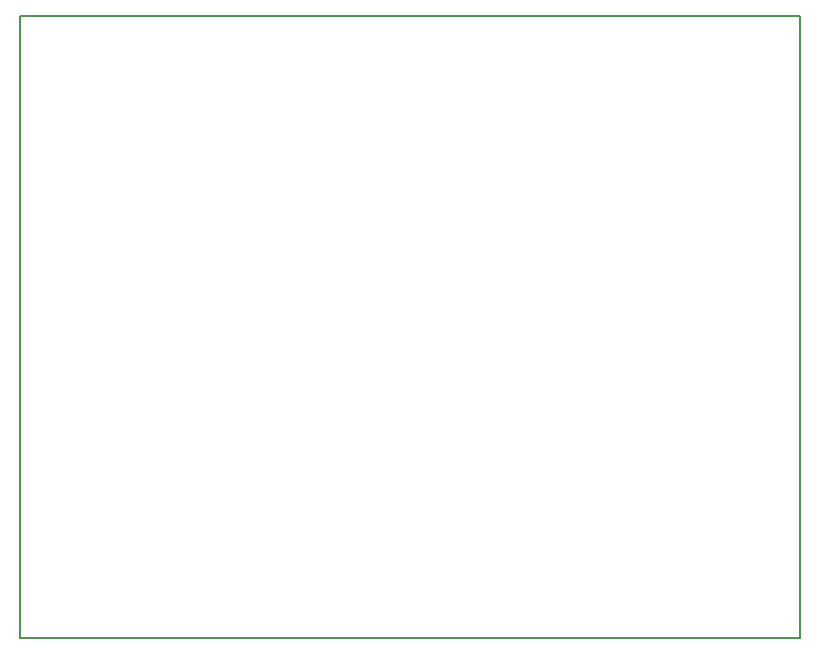
<source format=gbr>
G04 #@! TF.FileFunction,Profile,NP*
%FSLAX46Y46*%
G04 Gerber Fmt 4.6, Leading zero omitted, Abs format (unit mm)*
G04 Created by KiCad (PCBNEW 4.0.6+dfsg1-1) date Sun Nov 12 00:41:49 2017*
%MOMM*%
%LPD*%
G01*
G04 APERTURE LIST*
%ADD10C,0.100000*%
%ADD11C,0.150000*%
G04 APERTURE END LIST*
D10*
D11*
X164465000Y-123825000D02*
X163195000Y-123825000D01*
X164465000Y-71120000D02*
X164465000Y-123825000D01*
X98425000Y-71120000D02*
X164465000Y-71120000D01*
X98425000Y-123825000D02*
X98425000Y-71120000D01*
X163195000Y-123825000D02*
X98425000Y-123825000D01*
M02*

</source>
